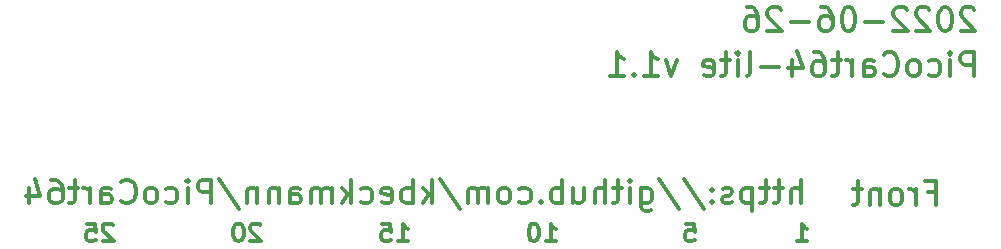
<source format=gbo>
G04 #@! TF.GenerationSoftware,KiCad,Pcbnew,(6.0.6)*
G04 #@! TF.CreationDate,2022-06-26T02:56:31+02:00*
G04 #@! TF.ProjectId,picocart64_v1_lite,7069636f-6361-4727-9436-345f76315f6c,rev?*
G04 #@! TF.SameCoordinates,Original*
G04 #@! TF.FileFunction,Legend,Bot*
G04 #@! TF.FilePolarity,Positive*
%FSLAX46Y46*%
G04 Gerber Fmt 4.6, Leading zero omitted, Abs format (unit mm)*
G04 Created by KiCad (PCBNEW (6.0.6)) date 2022-06-26 02:56:31*
%MOMM*%
%LPD*%
G01*
G04 APERTURE LIST*
%ADD10C,0.300000*%
G04 APERTURE END LIST*
D10*
X170142857Y-109678571D02*
X170857142Y-109678571D01*
X170928571Y-110392857D01*
X170857142Y-110321428D01*
X170714285Y-110250000D01*
X170357142Y-110250000D01*
X170214285Y-110321428D01*
X170142857Y-110392857D01*
X170071428Y-110535714D01*
X170071428Y-110892857D01*
X170142857Y-111035714D01*
X170214285Y-111107142D01*
X170357142Y-111178571D01*
X170714285Y-111178571D01*
X170857142Y-111107142D01*
X170928571Y-111035714D01*
X158285714Y-111178571D02*
X159142857Y-111178571D01*
X158714285Y-111178571D02*
X158714285Y-109678571D01*
X158857142Y-109892857D01*
X159000000Y-110035714D01*
X159142857Y-110107142D01*
X157357142Y-109678571D02*
X157214285Y-109678571D01*
X157071428Y-109750000D01*
X157000000Y-109821428D01*
X156928571Y-109964285D01*
X156857142Y-110250000D01*
X156857142Y-110607142D01*
X156928571Y-110892857D01*
X157000000Y-111035714D01*
X157071428Y-111107142D01*
X157214285Y-111178571D01*
X157357142Y-111178571D01*
X157500000Y-111107142D01*
X157571428Y-111035714D01*
X157642857Y-110892857D01*
X157714285Y-110607142D01*
X157714285Y-110250000D01*
X157642857Y-109964285D01*
X157571428Y-109821428D01*
X157500000Y-109750000D01*
X157357142Y-109678571D01*
X145785714Y-111178571D02*
X146642857Y-111178571D01*
X146214285Y-111178571D02*
X146214285Y-109678571D01*
X146357142Y-109892857D01*
X146500000Y-110035714D01*
X146642857Y-110107142D01*
X144428571Y-109678571D02*
X145142857Y-109678571D01*
X145214285Y-110392857D01*
X145142857Y-110321428D01*
X145000000Y-110250000D01*
X144642857Y-110250000D01*
X144500000Y-110321428D01*
X144428571Y-110392857D01*
X144357142Y-110535714D01*
X144357142Y-110892857D01*
X144428571Y-111035714D01*
X144500000Y-111107142D01*
X144642857Y-111178571D01*
X145000000Y-111178571D01*
X145142857Y-111107142D01*
X145214285Y-111035714D01*
X134142857Y-109821428D02*
X134071428Y-109750000D01*
X133928571Y-109678571D01*
X133571428Y-109678571D01*
X133428571Y-109750000D01*
X133357142Y-109821428D01*
X133285714Y-109964285D01*
X133285714Y-110107142D01*
X133357142Y-110321428D01*
X134214285Y-111178571D01*
X133285714Y-111178571D01*
X132357142Y-109678571D02*
X132214285Y-109678571D01*
X132071428Y-109750000D01*
X132000000Y-109821428D01*
X131928571Y-109964285D01*
X131857142Y-110250000D01*
X131857142Y-110607142D01*
X131928571Y-110892857D01*
X132000000Y-111035714D01*
X132071428Y-111107142D01*
X132214285Y-111178571D01*
X132357142Y-111178571D01*
X132500000Y-111107142D01*
X132571428Y-111035714D01*
X132642857Y-110892857D01*
X132714285Y-110607142D01*
X132714285Y-110250000D01*
X132642857Y-109964285D01*
X132571428Y-109821428D01*
X132500000Y-109750000D01*
X132357142Y-109678571D01*
X121642857Y-109821428D02*
X121571428Y-109750000D01*
X121428571Y-109678571D01*
X121071428Y-109678571D01*
X120928571Y-109750000D01*
X120857142Y-109821428D01*
X120785714Y-109964285D01*
X120785714Y-110107142D01*
X120857142Y-110321428D01*
X121714285Y-111178571D01*
X120785714Y-111178571D01*
X119428571Y-109678571D02*
X120142857Y-109678571D01*
X120214285Y-110392857D01*
X120142857Y-110321428D01*
X120000000Y-110250000D01*
X119642857Y-110250000D01*
X119500000Y-110321428D01*
X119428571Y-110392857D01*
X119357142Y-110535714D01*
X119357142Y-110892857D01*
X119428571Y-111035714D01*
X119500000Y-111107142D01*
X119642857Y-111178571D01*
X120000000Y-111178571D01*
X120142857Y-111107142D01*
X120214285Y-111035714D01*
X179571428Y-111178571D02*
X180428571Y-111178571D01*
X180000000Y-111178571D02*
X180000000Y-109678571D01*
X180142857Y-109892857D01*
X180285714Y-110035714D01*
X180428571Y-110107142D01*
X190674285Y-107045142D02*
X191340952Y-107045142D01*
X191340952Y-108092761D02*
X191340952Y-106092761D01*
X190388571Y-106092761D01*
X189626666Y-108092761D02*
X189626666Y-106759428D01*
X189626666Y-107140380D02*
X189531428Y-106949904D01*
X189436190Y-106854666D01*
X189245714Y-106759428D01*
X189055238Y-106759428D01*
X188102857Y-108092761D02*
X188293333Y-107997523D01*
X188388571Y-107902285D01*
X188483809Y-107711809D01*
X188483809Y-107140380D01*
X188388571Y-106949904D01*
X188293333Y-106854666D01*
X188102857Y-106759428D01*
X187817142Y-106759428D01*
X187626666Y-106854666D01*
X187531428Y-106949904D01*
X187436190Y-107140380D01*
X187436190Y-107711809D01*
X187531428Y-107902285D01*
X187626666Y-107997523D01*
X187817142Y-108092761D01*
X188102857Y-108092761D01*
X186579047Y-106759428D02*
X186579047Y-108092761D01*
X186579047Y-106949904D02*
X186483809Y-106854666D01*
X186293333Y-106759428D01*
X186007619Y-106759428D01*
X185817142Y-106854666D01*
X185721904Y-107045142D01*
X185721904Y-108092761D01*
X185055238Y-106759428D02*
X184293333Y-106759428D01*
X184769523Y-106092761D02*
X184769523Y-107807047D01*
X184674285Y-107997523D01*
X184483809Y-108092761D01*
X184293333Y-108092761D01*
X179883809Y-107969761D02*
X179883809Y-105969761D01*
X179026666Y-107969761D02*
X179026666Y-106922142D01*
X179121904Y-106731666D01*
X179312380Y-106636428D01*
X179598095Y-106636428D01*
X179788571Y-106731666D01*
X179883809Y-106826904D01*
X178360000Y-106636428D02*
X177598095Y-106636428D01*
X178074285Y-105969761D02*
X178074285Y-107684047D01*
X177979047Y-107874523D01*
X177788571Y-107969761D01*
X177598095Y-107969761D01*
X177217142Y-106636428D02*
X176455238Y-106636428D01*
X176931428Y-105969761D02*
X176931428Y-107684047D01*
X176836190Y-107874523D01*
X176645714Y-107969761D01*
X176455238Y-107969761D01*
X175788571Y-106636428D02*
X175788571Y-108636428D01*
X175788571Y-106731666D02*
X175598095Y-106636428D01*
X175217142Y-106636428D01*
X175026666Y-106731666D01*
X174931428Y-106826904D01*
X174836190Y-107017380D01*
X174836190Y-107588809D01*
X174931428Y-107779285D01*
X175026666Y-107874523D01*
X175217142Y-107969761D01*
X175598095Y-107969761D01*
X175788571Y-107874523D01*
X174074285Y-107874523D02*
X173883809Y-107969761D01*
X173502857Y-107969761D01*
X173312380Y-107874523D01*
X173217142Y-107684047D01*
X173217142Y-107588809D01*
X173312380Y-107398333D01*
X173502857Y-107303095D01*
X173788571Y-107303095D01*
X173979047Y-107207857D01*
X174074285Y-107017380D01*
X174074285Y-106922142D01*
X173979047Y-106731666D01*
X173788571Y-106636428D01*
X173502857Y-106636428D01*
X173312380Y-106731666D01*
X172360000Y-107779285D02*
X172264761Y-107874523D01*
X172360000Y-107969761D01*
X172455238Y-107874523D01*
X172360000Y-107779285D01*
X172360000Y-107969761D01*
X172360000Y-106731666D02*
X172264761Y-106826904D01*
X172360000Y-106922142D01*
X172455238Y-106826904D01*
X172360000Y-106731666D01*
X172360000Y-106922142D01*
X169979047Y-105874523D02*
X171693333Y-108445952D01*
X167883809Y-105874523D02*
X169598095Y-108445952D01*
X166360000Y-106636428D02*
X166360000Y-108255476D01*
X166455238Y-108445952D01*
X166550476Y-108541190D01*
X166740952Y-108636428D01*
X167026666Y-108636428D01*
X167217142Y-108541190D01*
X166360000Y-107874523D02*
X166550476Y-107969761D01*
X166931428Y-107969761D01*
X167121904Y-107874523D01*
X167217142Y-107779285D01*
X167312380Y-107588809D01*
X167312380Y-107017380D01*
X167217142Y-106826904D01*
X167121904Y-106731666D01*
X166931428Y-106636428D01*
X166550476Y-106636428D01*
X166360000Y-106731666D01*
X165407619Y-107969761D02*
X165407619Y-106636428D01*
X165407619Y-105969761D02*
X165502857Y-106065000D01*
X165407619Y-106160238D01*
X165312380Y-106065000D01*
X165407619Y-105969761D01*
X165407619Y-106160238D01*
X164740952Y-106636428D02*
X163979047Y-106636428D01*
X164455238Y-105969761D02*
X164455238Y-107684047D01*
X164360000Y-107874523D01*
X164169523Y-107969761D01*
X163979047Y-107969761D01*
X163312380Y-107969761D02*
X163312380Y-105969761D01*
X162455238Y-107969761D02*
X162455238Y-106922142D01*
X162550476Y-106731666D01*
X162740952Y-106636428D01*
X163026666Y-106636428D01*
X163217142Y-106731666D01*
X163312380Y-106826904D01*
X160645714Y-106636428D02*
X160645714Y-107969761D01*
X161502857Y-106636428D02*
X161502857Y-107684047D01*
X161407619Y-107874523D01*
X161217142Y-107969761D01*
X160931428Y-107969761D01*
X160740952Y-107874523D01*
X160645714Y-107779285D01*
X159693333Y-107969761D02*
X159693333Y-105969761D01*
X159693333Y-106731666D02*
X159502857Y-106636428D01*
X159121904Y-106636428D01*
X158931428Y-106731666D01*
X158836190Y-106826904D01*
X158740952Y-107017380D01*
X158740952Y-107588809D01*
X158836190Y-107779285D01*
X158931428Y-107874523D01*
X159121904Y-107969761D01*
X159502857Y-107969761D01*
X159693333Y-107874523D01*
X157883809Y-107779285D02*
X157788571Y-107874523D01*
X157883809Y-107969761D01*
X157979047Y-107874523D01*
X157883809Y-107779285D01*
X157883809Y-107969761D01*
X156074285Y-107874523D02*
X156264761Y-107969761D01*
X156645714Y-107969761D01*
X156836190Y-107874523D01*
X156931428Y-107779285D01*
X157026666Y-107588809D01*
X157026666Y-107017380D01*
X156931428Y-106826904D01*
X156836190Y-106731666D01*
X156645714Y-106636428D01*
X156264761Y-106636428D01*
X156074285Y-106731666D01*
X154931428Y-107969761D02*
X155121904Y-107874523D01*
X155217142Y-107779285D01*
X155312380Y-107588809D01*
X155312380Y-107017380D01*
X155217142Y-106826904D01*
X155121904Y-106731666D01*
X154931428Y-106636428D01*
X154645714Y-106636428D01*
X154455238Y-106731666D01*
X154360000Y-106826904D01*
X154264761Y-107017380D01*
X154264761Y-107588809D01*
X154360000Y-107779285D01*
X154455238Y-107874523D01*
X154645714Y-107969761D01*
X154931428Y-107969761D01*
X153407619Y-107969761D02*
X153407619Y-106636428D01*
X153407619Y-106826904D02*
X153312380Y-106731666D01*
X153121904Y-106636428D01*
X152836190Y-106636428D01*
X152645714Y-106731666D01*
X152550476Y-106922142D01*
X152550476Y-107969761D01*
X152550476Y-106922142D02*
X152455238Y-106731666D01*
X152264761Y-106636428D01*
X151979047Y-106636428D01*
X151788571Y-106731666D01*
X151693333Y-106922142D01*
X151693333Y-107969761D01*
X149312380Y-105874523D02*
X151026666Y-108445952D01*
X148645714Y-107969761D02*
X148645714Y-105969761D01*
X148455238Y-107207857D02*
X147883809Y-107969761D01*
X147883809Y-106636428D02*
X148645714Y-107398333D01*
X147026666Y-107969761D02*
X147026666Y-105969761D01*
X147026666Y-106731666D02*
X146836190Y-106636428D01*
X146455238Y-106636428D01*
X146264761Y-106731666D01*
X146169523Y-106826904D01*
X146074285Y-107017380D01*
X146074285Y-107588809D01*
X146169523Y-107779285D01*
X146264761Y-107874523D01*
X146455238Y-107969761D01*
X146836190Y-107969761D01*
X147026666Y-107874523D01*
X144455238Y-107874523D02*
X144645714Y-107969761D01*
X145026666Y-107969761D01*
X145217142Y-107874523D01*
X145312380Y-107684047D01*
X145312380Y-106922142D01*
X145217142Y-106731666D01*
X145026666Y-106636428D01*
X144645714Y-106636428D01*
X144455238Y-106731666D01*
X144360000Y-106922142D01*
X144360000Y-107112619D01*
X145312380Y-107303095D01*
X142645714Y-107874523D02*
X142836190Y-107969761D01*
X143217142Y-107969761D01*
X143407619Y-107874523D01*
X143502857Y-107779285D01*
X143598095Y-107588809D01*
X143598095Y-107017380D01*
X143502857Y-106826904D01*
X143407619Y-106731666D01*
X143217142Y-106636428D01*
X142836190Y-106636428D01*
X142645714Y-106731666D01*
X141788571Y-107969761D02*
X141788571Y-105969761D01*
X141598095Y-107207857D02*
X141026666Y-107969761D01*
X141026666Y-106636428D02*
X141788571Y-107398333D01*
X140169523Y-107969761D02*
X140169523Y-106636428D01*
X140169523Y-106826904D02*
X140074285Y-106731666D01*
X139883809Y-106636428D01*
X139598095Y-106636428D01*
X139407619Y-106731666D01*
X139312380Y-106922142D01*
X139312380Y-107969761D01*
X139312380Y-106922142D02*
X139217142Y-106731666D01*
X139026666Y-106636428D01*
X138740952Y-106636428D01*
X138550476Y-106731666D01*
X138455238Y-106922142D01*
X138455238Y-107969761D01*
X136645714Y-107969761D02*
X136645714Y-106922142D01*
X136740952Y-106731666D01*
X136931428Y-106636428D01*
X137312380Y-106636428D01*
X137502857Y-106731666D01*
X136645714Y-107874523D02*
X136836190Y-107969761D01*
X137312380Y-107969761D01*
X137502857Y-107874523D01*
X137598095Y-107684047D01*
X137598095Y-107493571D01*
X137502857Y-107303095D01*
X137312380Y-107207857D01*
X136836190Y-107207857D01*
X136645714Y-107112619D01*
X135693333Y-106636428D02*
X135693333Y-107969761D01*
X135693333Y-106826904D02*
X135598095Y-106731666D01*
X135407619Y-106636428D01*
X135121904Y-106636428D01*
X134931428Y-106731666D01*
X134836190Y-106922142D01*
X134836190Y-107969761D01*
X133883809Y-106636428D02*
X133883809Y-107969761D01*
X133883809Y-106826904D02*
X133788571Y-106731666D01*
X133598095Y-106636428D01*
X133312380Y-106636428D01*
X133121904Y-106731666D01*
X133026666Y-106922142D01*
X133026666Y-107969761D01*
X130645714Y-105874523D02*
X132360000Y-108445952D01*
X129979047Y-107969761D02*
X129979047Y-105969761D01*
X129217142Y-105969761D01*
X129026666Y-106065000D01*
X128931428Y-106160238D01*
X128836190Y-106350714D01*
X128836190Y-106636428D01*
X128931428Y-106826904D01*
X129026666Y-106922142D01*
X129217142Y-107017380D01*
X129979047Y-107017380D01*
X127979047Y-107969761D02*
X127979047Y-106636428D01*
X127979047Y-105969761D02*
X128074285Y-106065000D01*
X127979047Y-106160238D01*
X127883809Y-106065000D01*
X127979047Y-105969761D01*
X127979047Y-106160238D01*
X126169523Y-107874523D02*
X126360000Y-107969761D01*
X126740952Y-107969761D01*
X126931428Y-107874523D01*
X127026666Y-107779285D01*
X127121904Y-107588809D01*
X127121904Y-107017380D01*
X127026666Y-106826904D01*
X126931428Y-106731666D01*
X126740952Y-106636428D01*
X126360000Y-106636428D01*
X126169523Y-106731666D01*
X125026666Y-107969761D02*
X125217142Y-107874523D01*
X125312380Y-107779285D01*
X125407619Y-107588809D01*
X125407619Y-107017380D01*
X125312380Y-106826904D01*
X125217142Y-106731666D01*
X125026666Y-106636428D01*
X124740952Y-106636428D01*
X124550476Y-106731666D01*
X124455238Y-106826904D01*
X124360000Y-107017380D01*
X124360000Y-107588809D01*
X124455238Y-107779285D01*
X124550476Y-107874523D01*
X124740952Y-107969761D01*
X125026666Y-107969761D01*
X122360000Y-107779285D02*
X122455238Y-107874523D01*
X122740952Y-107969761D01*
X122931428Y-107969761D01*
X123217142Y-107874523D01*
X123407619Y-107684047D01*
X123502857Y-107493571D01*
X123598095Y-107112619D01*
X123598095Y-106826904D01*
X123502857Y-106445952D01*
X123407619Y-106255476D01*
X123217142Y-106065000D01*
X122931428Y-105969761D01*
X122740952Y-105969761D01*
X122455238Y-106065000D01*
X122360000Y-106160238D01*
X120645714Y-107969761D02*
X120645714Y-106922142D01*
X120740952Y-106731666D01*
X120931428Y-106636428D01*
X121312380Y-106636428D01*
X121502857Y-106731666D01*
X120645714Y-107874523D02*
X120836190Y-107969761D01*
X121312380Y-107969761D01*
X121502857Y-107874523D01*
X121598095Y-107684047D01*
X121598095Y-107493571D01*
X121502857Y-107303095D01*
X121312380Y-107207857D01*
X120836190Y-107207857D01*
X120645714Y-107112619D01*
X119693333Y-107969761D02*
X119693333Y-106636428D01*
X119693333Y-107017380D02*
X119598095Y-106826904D01*
X119502857Y-106731666D01*
X119312380Y-106636428D01*
X119121904Y-106636428D01*
X118740952Y-106636428D02*
X117979047Y-106636428D01*
X118455238Y-105969761D02*
X118455238Y-107684047D01*
X118360000Y-107874523D01*
X118169523Y-107969761D01*
X117979047Y-107969761D01*
X116455238Y-105969761D02*
X116836190Y-105969761D01*
X117026666Y-106065000D01*
X117121904Y-106160238D01*
X117312380Y-106445952D01*
X117407619Y-106826904D01*
X117407619Y-107588809D01*
X117312380Y-107779285D01*
X117217142Y-107874523D01*
X117026666Y-107969761D01*
X116645714Y-107969761D01*
X116455238Y-107874523D01*
X116360000Y-107779285D01*
X116264761Y-107588809D01*
X116264761Y-107112619D01*
X116360000Y-106922142D01*
X116455238Y-106826904D01*
X116645714Y-106731666D01*
X117026666Y-106731666D01*
X117217142Y-106826904D01*
X117312380Y-106922142D01*
X117407619Y-107112619D01*
X114550476Y-106636428D02*
X114550476Y-107969761D01*
X115026666Y-105874523D02*
X115502857Y-107303095D01*
X114264761Y-107303095D01*
X194584047Y-91555238D02*
X194488809Y-91460000D01*
X194298333Y-91364761D01*
X193822142Y-91364761D01*
X193631666Y-91460000D01*
X193536428Y-91555238D01*
X193441190Y-91745714D01*
X193441190Y-91936190D01*
X193536428Y-92221904D01*
X194679285Y-93364761D01*
X193441190Y-93364761D01*
X192203095Y-91364761D02*
X192012619Y-91364761D01*
X191822142Y-91460000D01*
X191726904Y-91555238D01*
X191631666Y-91745714D01*
X191536428Y-92126666D01*
X191536428Y-92602857D01*
X191631666Y-92983809D01*
X191726904Y-93174285D01*
X191822142Y-93269523D01*
X192012619Y-93364761D01*
X192203095Y-93364761D01*
X192393571Y-93269523D01*
X192488809Y-93174285D01*
X192584047Y-92983809D01*
X192679285Y-92602857D01*
X192679285Y-92126666D01*
X192584047Y-91745714D01*
X192488809Y-91555238D01*
X192393571Y-91460000D01*
X192203095Y-91364761D01*
X190774523Y-91555238D02*
X190679285Y-91460000D01*
X190488809Y-91364761D01*
X190012619Y-91364761D01*
X189822142Y-91460000D01*
X189726904Y-91555238D01*
X189631666Y-91745714D01*
X189631666Y-91936190D01*
X189726904Y-92221904D01*
X190869761Y-93364761D01*
X189631666Y-93364761D01*
X188869761Y-91555238D02*
X188774523Y-91460000D01*
X188584047Y-91364761D01*
X188107857Y-91364761D01*
X187917380Y-91460000D01*
X187822142Y-91555238D01*
X187726904Y-91745714D01*
X187726904Y-91936190D01*
X187822142Y-92221904D01*
X188965000Y-93364761D01*
X187726904Y-93364761D01*
X186869761Y-92602857D02*
X185345952Y-92602857D01*
X184012619Y-91364761D02*
X183822142Y-91364761D01*
X183631666Y-91460000D01*
X183536428Y-91555238D01*
X183441190Y-91745714D01*
X183345952Y-92126666D01*
X183345952Y-92602857D01*
X183441190Y-92983809D01*
X183536428Y-93174285D01*
X183631666Y-93269523D01*
X183822142Y-93364761D01*
X184012619Y-93364761D01*
X184203095Y-93269523D01*
X184298333Y-93174285D01*
X184393571Y-92983809D01*
X184488809Y-92602857D01*
X184488809Y-92126666D01*
X184393571Y-91745714D01*
X184298333Y-91555238D01*
X184203095Y-91460000D01*
X184012619Y-91364761D01*
X181631666Y-91364761D02*
X182012619Y-91364761D01*
X182203095Y-91460000D01*
X182298333Y-91555238D01*
X182488809Y-91840952D01*
X182584047Y-92221904D01*
X182584047Y-92983809D01*
X182488809Y-93174285D01*
X182393571Y-93269523D01*
X182203095Y-93364761D01*
X181822142Y-93364761D01*
X181631666Y-93269523D01*
X181536428Y-93174285D01*
X181441190Y-92983809D01*
X181441190Y-92507619D01*
X181536428Y-92317142D01*
X181631666Y-92221904D01*
X181822142Y-92126666D01*
X182203095Y-92126666D01*
X182393571Y-92221904D01*
X182488809Y-92317142D01*
X182584047Y-92507619D01*
X180584047Y-92602857D02*
X179060238Y-92602857D01*
X178203095Y-91555238D02*
X178107857Y-91460000D01*
X177917380Y-91364761D01*
X177441190Y-91364761D01*
X177250714Y-91460000D01*
X177155476Y-91555238D01*
X177060238Y-91745714D01*
X177060238Y-91936190D01*
X177155476Y-92221904D01*
X178298333Y-93364761D01*
X177060238Y-93364761D01*
X175345952Y-91364761D02*
X175726904Y-91364761D01*
X175917380Y-91460000D01*
X176012619Y-91555238D01*
X176203095Y-91840952D01*
X176298333Y-92221904D01*
X176298333Y-92983809D01*
X176203095Y-93174285D01*
X176107857Y-93269523D01*
X175917380Y-93364761D01*
X175536428Y-93364761D01*
X175345952Y-93269523D01*
X175250714Y-93174285D01*
X175155476Y-92983809D01*
X175155476Y-92507619D01*
X175250714Y-92317142D01*
X175345952Y-92221904D01*
X175536428Y-92126666D01*
X175917380Y-92126666D01*
X176107857Y-92221904D01*
X176203095Y-92317142D01*
X176298333Y-92507619D01*
X194543732Y-97174761D02*
X194543732Y-95174761D01*
X193781827Y-95174761D01*
X193591351Y-95270000D01*
X193496113Y-95365238D01*
X193400875Y-95555714D01*
X193400875Y-95841428D01*
X193496113Y-96031904D01*
X193591351Y-96127142D01*
X193781827Y-96222380D01*
X194543732Y-96222380D01*
X192543732Y-97174761D02*
X192543732Y-95841428D01*
X192543732Y-95174761D02*
X192638970Y-95270000D01*
X192543732Y-95365238D01*
X192448494Y-95270000D01*
X192543732Y-95174761D01*
X192543732Y-95365238D01*
X190734208Y-97079523D02*
X190924684Y-97174761D01*
X191305637Y-97174761D01*
X191496113Y-97079523D01*
X191591351Y-96984285D01*
X191686589Y-96793809D01*
X191686589Y-96222380D01*
X191591351Y-96031904D01*
X191496113Y-95936666D01*
X191305637Y-95841428D01*
X190924684Y-95841428D01*
X190734208Y-95936666D01*
X189591351Y-97174761D02*
X189781827Y-97079523D01*
X189877065Y-96984285D01*
X189972303Y-96793809D01*
X189972303Y-96222380D01*
X189877065Y-96031904D01*
X189781827Y-95936666D01*
X189591351Y-95841428D01*
X189305637Y-95841428D01*
X189115161Y-95936666D01*
X189019923Y-96031904D01*
X188924684Y-96222380D01*
X188924684Y-96793809D01*
X189019923Y-96984285D01*
X189115161Y-97079523D01*
X189305637Y-97174761D01*
X189591351Y-97174761D01*
X186924684Y-96984285D02*
X187019923Y-97079523D01*
X187305637Y-97174761D01*
X187496113Y-97174761D01*
X187781827Y-97079523D01*
X187972303Y-96889047D01*
X188067542Y-96698571D01*
X188162780Y-96317619D01*
X188162780Y-96031904D01*
X188067542Y-95650952D01*
X187972303Y-95460476D01*
X187781827Y-95270000D01*
X187496113Y-95174761D01*
X187305637Y-95174761D01*
X187019923Y-95270000D01*
X186924684Y-95365238D01*
X185210399Y-97174761D02*
X185210399Y-96127142D01*
X185305637Y-95936666D01*
X185496113Y-95841428D01*
X185877065Y-95841428D01*
X186067542Y-95936666D01*
X185210399Y-97079523D02*
X185400875Y-97174761D01*
X185877065Y-97174761D01*
X186067542Y-97079523D01*
X186162780Y-96889047D01*
X186162780Y-96698571D01*
X186067542Y-96508095D01*
X185877065Y-96412857D01*
X185400875Y-96412857D01*
X185210399Y-96317619D01*
X184258018Y-97174761D02*
X184258018Y-95841428D01*
X184258018Y-96222380D02*
X184162780Y-96031904D01*
X184067542Y-95936666D01*
X183877065Y-95841428D01*
X183686589Y-95841428D01*
X183305637Y-95841428D02*
X182543732Y-95841428D01*
X183019923Y-95174761D02*
X183019923Y-96889047D01*
X182924684Y-97079523D01*
X182734208Y-97174761D01*
X182543732Y-97174761D01*
X181019923Y-95174761D02*
X181400875Y-95174761D01*
X181591351Y-95270000D01*
X181686589Y-95365238D01*
X181877065Y-95650952D01*
X181972303Y-96031904D01*
X181972303Y-96793809D01*
X181877065Y-96984285D01*
X181781827Y-97079523D01*
X181591351Y-97174761D01*
X181210399Y-97174761D01*
X181019923Y-97079523D01*
X180924684Y-96984285D01*
X180829446Y-96793809D01*
X180829446Y-96317619D01*
X180924684Y-96127142D01*
X181019923Y-96031904D01*
X181210399Y-95936666D01*
X181591351Y-95936666D01*
X181781827Y-96031904D01*
X181877065Y-96127142D01*
X181972303Y-96317619D01*
X179115161Y-95841428D02*
X179115161Y-97174761D01*
X179591351Y-95079523D02*
X180067542Y-96508095D01*
X178829446Y-96508095D01*
X178067542Y-96412857D02*
X176543732Y-96412857D01*
X175305637Y-97174761D02*
X175496113Y-97079523D01*
X175591351Y-96889047D01*
X175591351Y-95174761D01*
X174543732Y-97174761D02*
X174543732Y-95841428D01*
X174543732Y-95174761D02*
X174638970Y-95270000D01*
X174543732Y-95365238D01*
X174448494Y-95270000D01*
X174543732Y-95174761D01*
X174543732Y-95365238D01*
X173877065Y-95841428D02*
X173115161Y-95841428D01*
X173591351Y-95174761D02*
X173591351Y-96889047D01*
X173496113Y-97079523D01*
X173305637Y-97174761D01*
X173115161Y-97174761D01*
X171686589Y-97079523D02*
X171877065Y-97174761D01*
X172258018Y-97174761D01*
X172448494Y-97079523D01*
X172543732Y-96889047D01*
X172543732Y-96127142D01*
X172448494Y-95936666D01*
X172258018Y-95841428D01*
X171877065Y-95841428D01*
X171686589Y-95936666D01*
X171591351Y-96127142D01*
X171591351Y-96317619D01*
X172543732Y-96508095D01*
X169400875Y-95841428D02*
X168924684Y-97174761D01*
X168448494Y-95841428D01*
X166638970Y-97174761D02*
X167781827Y-97174761D01*
X167210399Y-97174761D02*
X167210399Y-95174761D01*
X167400875Y-95460476D01*
X167591351Y-95650952D01*
X167781827Y-95746190D01*
X165781827Y-96984285D02*
X165686589Y-97079523D01*
X165781827Y-97174761D01*
X165877065Y-97079523D01*
X165781827Y-96984285D01*
X165781827Y-97174761D01*
X163781827Y-97174761D02*
X164924684Y-97174761D01*
X164353256Y-97174761D02*
X164353256Y-95174761D01*
X164543732Y-95460476D01*
X164734208Y-95650952D01*
X164924684Y-95746190D01*
M02*

</source>
